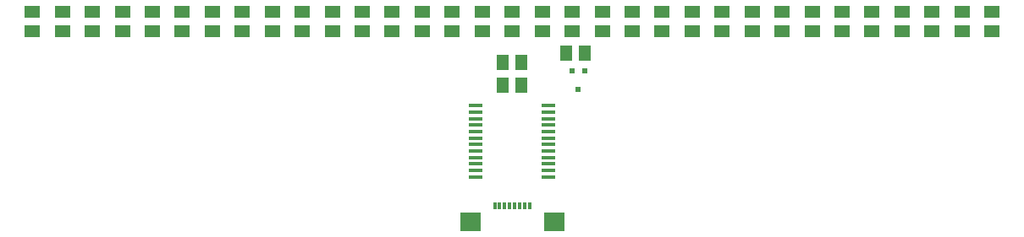
<source format=gbr>
G04 EAGLE Gerber RS-274X export*
G75*
%MOMM*%
%FSLAX34Y34*%
%LPD*%
%INSolderpaste Top*%
%IPPOS*%
%AMOC8*
5,1,8,0,0,1.08239X$1,22.5*%
G01*
%ADD10R,1.300000X1.500000*%
%ADD11R,1.600000X1.300000*%
%ADD12R,1.397000X0.348000*%
%ADD13R,0.470000X0.600000*%
%ADD14R,1.300000X1.600000*%
%ADD15R,0.300000X0.800000*%
%ADD16R,2.000000X1.900000*%


D10*
X509244Y538992D03*
X490244Y538992D03*
X509244Y516320D03*
X490244Y516320D03*
D11*
X50000Y570500D03*
X50000Y589500D03*
D12*
X536560Y495750D03*
X536560Y489250D03*
X536560Y482750D03*
X536560Y469750D03*
X536560Y476250D03*
X536560Y463250D03*
X536560Y456750D03*
X536560Y450250D03*
X536560Y443750D03*
X536560Y437250D03*
X463440Y495750D03*
X463440Y489250D03*
X463440Y482750D03*
X463440Y476250D03*
X463440Y469750D03*
X463440Y463250D03*
X463440Y456750D03*
X463440Y450250D03*
X463440Y443750D03*
X463440Y437250D03*
X463440Y430750D03*
X463440Y424250D03*
X536560Y424250D03*
X536560Y430750D03*
D11*
X110000Y570500D03*
X110000Y589500D03*
X170000Y570500D03*
X170000Y589500D03*
X230000Y570500D03*
X230000Y589500D03*
X290000Y570500D03*
X290000Y589500D03*
X350000Y570500D03*
X350000Y589500D03*
X410000Y570500D03*
X410000Y589500D03*
X470000Y570500D03*
X470000Y589500D03*
X530000Y570500D03*
X530000Y589500D03*
X590000Y570500D03*
X590000Y589500D03*
X650000Y570500D03*
X650000Y589500D03*
X710000Y570500D03*
X710000Y589500D03*
X770000Y570500D03*
X770000Y589500D03*
X830000Y570500D03*
X830000Y589500D03*
X890000Y570500D03*
X890000Y589500D03*
X950000Y570500D03*
X950000Y589500D03*
D13*
X572716Y530956D03*
X559716Y530956D03*
X566216Y511956D03*
D14*
X553668Y548408D03*
X572668Y548408D03*
D11*
X20000Y570500D03*
X20000Y589500D03*
X80000Y570500D03*
X80000Y589500D03*
X140000Y570500D03*
X140000Y589500D03*
X200000Y570500D03*
X200000Y589500D03*
X260000Y570500D03*
X260000Y589500D03*
X320000Y570500D03*
X320000Y589500D03*
X380000Y570500D03*
X380000Y589500D03*
X440000Y570500D03*
X440000Y589500D03*
X500000Y570500D03*
X500000Y589500D03*
X560000Y570500D03*
X560000Y589500D03*
X620000Y570500D03*
X620000Y589500D03*
X680000Y570500D03*
X680000Y589500D03*
X740000Y570500D03*
X740000Y589500D03*
X800000Y570500D03*
X800000Y589500D03*
X860000Y570500D03*
X860000Y589500D03*
X920000Y570500D03*
X920000Y589500D03*
X980000Y570500D03*
X980000Y589500D03*
D15*
X482500Y395000D03*
X487500Y395000D03*
X492500Y395000D03*
X497500Y395000D03*
X502500Y395000D03*
X507500Y395000D03*
X512500Y395000D03*
X517500Y395000D03*
D16*
X542000Y379000D03*
X458000Y379000D03*
M02*

</source>
